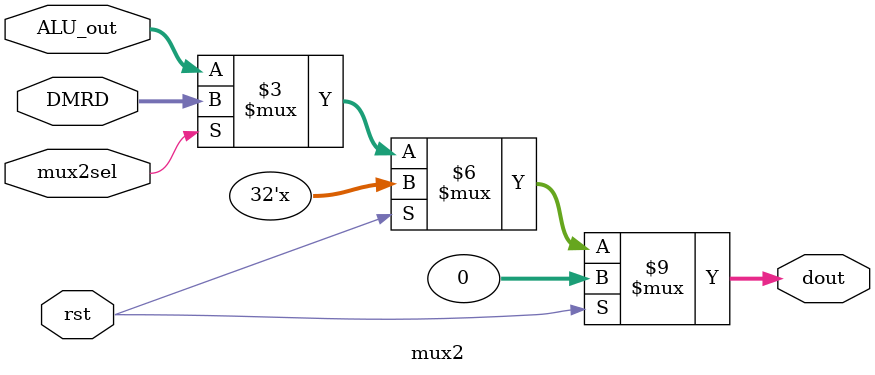
<source format=v>
`timescale 1ns / 1ps

module mux2

/*** PARAMETERS ***/
#(parameter
	INST_WL = 5,
	DATA_WL = 32,
	ADDR_WL = 5
)

/*** IN/OUT ***/
(
	// IN 
	input 			        mux2sel,
	                        rst,
	input [DATA_WL - 1 : 0]	DMRD,
							ALU_out,
	// OUT
	output reg [DATA_WL - 1 : 0] dout
);

	always @(*) 
	begin
	    if(rst) dout        = 0;
	    else
	    begin
            if(mux2sel) dout	= DMRD;
            else dout			= ALU_out;
        end
	end 

endmodule
</source>
